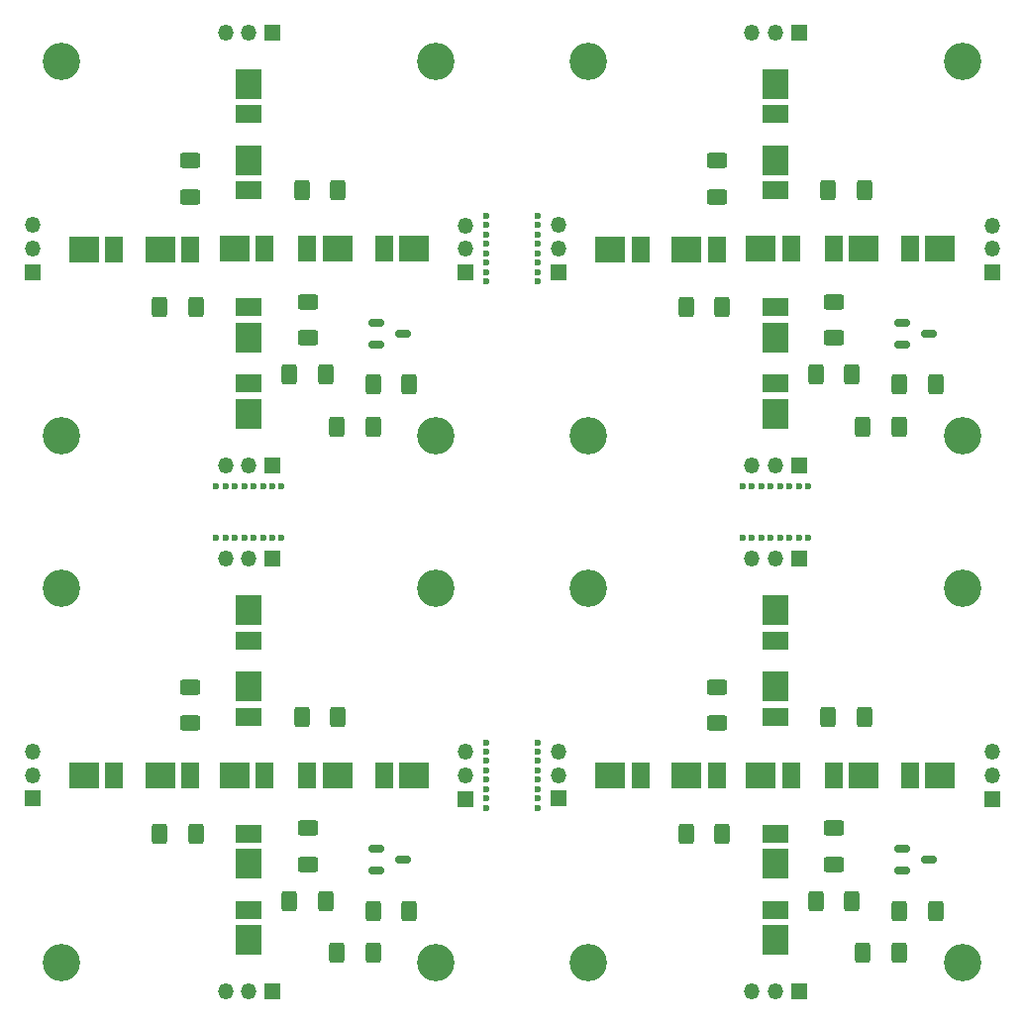
<source format=gbr>
%TF.GenerationSoftware,KiCad,Pcbnew,7.0.1*%
%TF.CreationDate,2023-09-10T14:19:26+09:00*%
%TF.ProjectId,cross_led,63726f73-735f-46c6-9564-2e6b69636164,rev?*%
%TF.SameCoordinates,Original*%
%TF.FileFunction,Soldermask,Top*%
%TF.FilePolarity,Negative*%
%FSLAX46Y46*%
G04 Gerber Fmt 4.6, Leading zero omitted, Abs format (unit mm)*
G04 Created by KiCad (PCBNEW 7.0.1) date 2023-09-10 14:19:26*
%MOMM*%
%LPD*%
G01*
G04 APERTURE LIST*
G04 Aperture macros list*
%AMRoundRect*
0 Rectangle with rounded corners*
0 $1 Rounding radius*
0 $2 $3 $4 $5 $6 $7 $8 $9 X,Y pos of 4 corners*
0 Add a 4 corners polygon primitive as box body*
4,1,4,$2,$3,$4,$5,$6,$7,$8,$9,$2,$3,0*
0 Add four circle primitives for the rounded corners*
1,1,$1+$1,$2,$3*
1,1,$1+$1,$4,$5*
1,1,$1+$1,$6,$7*
1,1,$1+$1,$8,$9*
0 Add four rect primitives between the rounded corners*
20,1,$1+$1,$2,$3,$4,$5,0*
20,1,$1+$1,$4,$5,$6,$7,0*
20,1,$1+$1,$6,$7,$8,$9,0*
20,1,$1+$1,$8,$9,$2,$3,0*%
G04 Aperture macros list end*
%ADD10R,2.200000X2.500000*%
%ADD11R,2.200000X1.550000*%
%ADD12RoundRect,0.250000X0.400000X0.625000X-0.400000X0.625000X-0.400000X-0.625000X0.400000X-0.625000X0*%
%ADD13RoundRect,0.250000X0.625000X-0.400000X0.625000X0.400000X-0.625000X0.400000X-0.625000X-0.400000X0*%
%ADD14C,3.200000*%
%ADD15R,1.350000X1.350000*%
%ADD16O,1.350000X1.350000*%
%ADD17R,2.500000X2.200000*%
%ADD18R,1.550000X2.200000*%
%ADD19RoundRect,0.250000X-0.625000X0.400000X-0.625000X-0.400000X0.625000X-0.400000X0.625000X0.400000X0*%
%ADD20RoundRect,0.250000X-0.400000X-0.625000X0.400000X-0.625000X0.400000X0.625000X-0.400000X0.625000X0*%
%ADD21RoundRect,0.150000X-0.512500X-0.150000X0.512500X-0.150000X0.512500X0.150000X-0.512500X0.150000X0*%
%ADD22C,0.600000*%
G04 APERTURE END LIST*
D10*
%TO.C,D206*%
X119275000Y-76375000D03*
D11*
X119275000Y-73800000D03*
%TD*%
D12*
%TO.C,R203*%
X159775000Y-118825000D03*
X156675000Y-118825000D03*
%TD*%
D13*
%TO.C,R204*%
X114275000Y-109375000D03*
X114275000Y-106275000D03*
%TD*%
D14*
%TO.C,REF\u002A\u002A*%
X103300000Y-84800000D03*
%TD*%
D15*
%TO.C,J202*%
X182825000Y-70825000D03*
D16*
X182825000Y-68825000D03*
X182825000Y-66825000D03*
%TD*%
D15*
%TO.C,J203*%
X121300000Y-132325000D03*
D16*
X119300000Y-132325000D03*
X117300000Y-132325000D03*
%TD*%
D17*
%TO.C,D207*%
X105200000Y-113875000D03*
D18*
X107775000Y-113875000D03*
%TD*%
D14*
%TO.C,REF\u002A\u002A*%
X180300000Y-97800000D03*
%TD*%
%TO.C,REF\u002A\u002A*%
X135300000Y-97800000D03*
%TD*%
D19*
%TO.C,R202*%
X124325000Y-118325000D03*
X124325000Y-121425000D03*
%TD*%
D17*
%TO.C,D208*%
X111725000Y-113875000D03*
D18*
X114300000Y-113875000D03*
%TD*%
D20*
%TO.C,R205*%
X167750000Y-124550000D03*
X170850000Y-124550000D03*
%TD*%
D17*
%TO.C,D209*%
X163050000Y-113800000D03*
D18*
X165625000Y-113800000D03*
%TD*%
D21*
%TO.C,Q201*%
X130162500Y-120100000D03*
X130162500Y-122000000D03*
X132437500Y-121050000D03*
%TD*%
D20*
%TO.C,R201*%
X123800000Y-63800000D03*
X126900000Y-63800000D03*
%TD*%
%TO.C,R201*%
X168800000Y-108800000D03*
X171900000Y-108800000D03*
%TD*%
D19*
%TO.C,R202*%
X169325000Y-118325000D03*
X169325000Y-121425000D03*
%TD*%
D14*
%TO.C,REF\u002A\u002A*%
X135300000Y-52800000D03*
%TD*%
D22*
%TO.C,REF\u002A\u002A*%
X116500000Y-89100000D03*
X116500000Y-93500000D03*
X117300000Y-89100000D03*
X117300000Y-93500000D03*
X118100000Y-89100000D03*
X118100000Y-93500000D03*
X118900000Y-89100000D03*
X118900000Y-93500000D03*
X119700000Y-89100000D03*
X119700000Y-93500000D03*
X120500000Y-89100000D03*
X120500000Y-93500000D03*
X121300000Y-89100000D03*
X121300000Y-93500000D03*
X122100000Y-89100000D03*
X122100000Y-93500000D03*
%TD*%
D14*
%TO.C,REF\u002A\u002A*%
X148300000Y-129800000D03*
%TD*%
D17*
%TO.C,D204*%
X171875000Y-113825000D03*
D18*
X169300000Y-113825000D03*
%TD*%
D12*
%TO.C,R203*%
X114775000Y-118825000D03*
X111675000Y-118825000D03*
%TD*%
D17*
%TO.C,D203*%
X178400000Y-113825000D03*
D18*
X175825000Y-113825000D03*
%TD*%
D10*
%TO.C,D206*%
X164275000Y-76375000D03*
D11*
X164275000Y-73800000D03*
%TD*%
D17*
%TO.C,D208*%
X156725000Y-68875000D03*
D18*
X159300000Y-68875000D03*
%TD*%
D20*
%TO.C,R206*%
X174900000Y-80400000D03*
X178000000Y-80400000D03*
%TD*%
D10*
%TO.C,D202*%
X164300000Y-106250000D03*
D11*
X164300000Y-108825000D03*
%TD*%
D15*
%TO.C,J201*%
X121300000Y-50300000D03*
D16*
X119300000Y-50300000D03*
X117300000Y-50300000D03*
%TD*%
D15*
%TO.C,J204*%
X145775000Y-70800000D03*
D16*
X145775000Y-68800000D03*
X145775000Y-66800000D03*
%TD*%
D19*
%TO.C,R202*%
X124325000Y-73325000D03*
X124325000Y-76425000D03*
%TD*%
D17*
%TO.C,D207*%
X150200000Y-68875000D03*
D18*
X152775000Y-68875000D03*
%TD*%
D20*
%TO.C,R205*%
X167750000Y-79550000D03*
X170850000Y-79550000D03*
%TD*%
D14*
%TO.C,REF\u002A\u002A*%
X135300000Y-84800000D03*
%TD*%
D17*
%TO.C,D204*%
X171875000Y-68825000D03*
D18*
X169300000Y-68825000D03*
%TD*%
D20*
%TO.C,R206*%
X129900000Y-125400000D03*
X133000000Y-125400000D03*
%TD*%
D13*
%TO.C,R204*%
X114275000Y-64375000D03*
X114275000Y-61275000D03*
%TD*%
D17*
%TO.C,D203*%
X178400000Y-68825000D03*
D18*
X175825000Y-68825000D03*
%TD*%
D13*
%TO.C,R204*%
X159275000Y-109375000D03*
X159275000Y-106275000D03*
%TD*%
D20*
%TO.C,R205*%
X122750000Y-124550000D03*
X125850000Y-124550000D03*
%TD*%
D15*
%TO.C,J201*%
X166300000Y-95300000D03*
D16*
X164300000Y-95300000D03*
X162300000Y-95300000D03*
%TD*%
D22*
%TO.C,REF\u002A\u002A*%
X139600000Y-116600000D03*
X144000000Y-116600000D03*
X139600000Y-115800000D03*
X144000000Y-115800000D03*
X139600000Y-115000000D03*
X144000000Y-115000000D03*
X139600000Y-114200000D03*
X144000000Y-114200000D03*
X139600000Y-113400000D03*
X144000000Y-113400000D03*
X139600000Y-112600000D03*
X144000000Y-112600000D03*
X139600000Y-111800000D03*
X144000000Y-111800000D03*
X139600000Y-111000000D03*
X144000000Y-111000000D03*
%TD*%
D17*
%TO.C,D203*%
X133400000Y-113825000D03*
D18*
X130825000Y-113825000D03*
%TD*%
D14*
%TO.C,REF\u002A\u002A*%
X103300000Y-129800000D03*
%TD*%
D17*
%TO.C,D209*%
X118050000Y-68800000D03*
D18*
X120625000Y-68800000D03*
%TD*%
D12*
%TO.C,R207*%
X129900000Y-129000000D03*
X126800000Y-129000000D03*
%TD*%
D14*
%TO.C,REF\u002A\u002A*%
X148300000Y-52800000D03*
%TD*%
%TO.C,REF\u002A\u002A*%
X148300000Y-97800000D03*
%TD*%
D10*
%TO.C,D201*%
X164300000Y-99725000D03*
D11*
X164300000Y-102300000D03*
%TD*%
D12*
%TO.C,R207*%
X174900000Y-129000000D03*
X171800000Y-129000000D03*
%TD*%
D10*
%TO.C,D202*%
X164300000Y-61250000D03*
D11*
X164300000Y-63825000D03*
%TD*%
D15*
%TO.C,J204*%
X145775000Y-115800000D03*
D16*
X145775000Y-113800000D03*
X145775000Y-111800000D03*
%TD*%
D19*
%TO.C,R202*%
X169325000Y-73325000D03*
X169325000Y-76425000D03*
%TD*%
D20*
%TO.C,R206*%
X174900000Y-125400000D03*
X178000000Y-125400000D03*
%TD*%
%TO.C,R205*%
X122750000Y-79550000D03*
X125850000Y-79550000D03*
%TD*%
D10*
%TO.C,D205*%
X119275000Y-82900000D03*
D11*
X119275000Y-80325000D03*
%TD*%
D15*
%TO.C,J201*%
X121300000Y-95300000D03*
D16*
X119300000Y-95300000D03*
X117300000Y-95300000D03*
%TD*%
D14*
%TO.C,REF\u002A\u002A*%
X148300000Y-84800000D03*
%TD*%
D12*
%TO.C,R203*%
X159775000Y-73825000D03*
X156675000Y-73825000D03*
%TD*%
D10*
%TO.C,D205*%
X164275000Y-82900000D03*
D11*
X164275000Y-80325000D03*
%TD*%
D17*
%TO.C,D208*%
X111725000Y-68875000D03*
D18*
X114300000Y-68875000D03*
%TD*%
D12*
%TO.C,R207*%
X129900000Y-84000000D03*
X126800000Y-84000000D03*
%TD*%
D15*
%TO.C,J201*%
X166300000Y-50300000D03*
D16*
X164300000Y-50300000D03*
X162300000Y-50300000D03*
%TD*%
D14*
%TO.C,REF\u002A\u002A*%
X103300000Y-52800000D03*
%TD*%
%TO.C,REF\u002A\u002A*%
X135300000Y-129800000D03*
%TD*%
D20*
%TO.C,R201*%
X123800000Y-108800000D03*
X126900000Y-108800000D03*
%TD*%
D10*
%TO.C,D205*%
X164275000Y-127900000D03*
D11*
X164275000Y-125325000D03*
%TD*%
D17*
%TO.C,D209*%
X118050000Y-113800000D03*
D18*
X120625000Y-113800000D03*
%TD*%
D20*
%TO.C,R206*%
X129900000Y-80400000D03*
X133000000Y-80400000D03*
%TD*%
D15*
%TO.C,J202*%
X182825000Y-115825000D03*
D16*
X182825000Y-113825000D03*
X182825000Y-111825000D03*
%TD*%
D15*
%TO.C,J203*%
X166300000Y-87325000D03*
D16*
X164300000Y-87325000D03*
X162300000Y-87325000D03*
%TD*%
D10*
%TO.C,D201*%
X164300000Y-54725000D03*
D11*
X164300000Y-57300000D03*
%TD*%
D14*
%TO.C,REF\u002A\u002A*%
X103300000Y-97800000D03*
%TD*%
D17*
%TO.C,D207*%
X150200000Y-113875000D03*
D18*
X152775000Y-113875000D03*
%TD*%
D14*
%TO.C,REF\u002A\u002A*%
X180300000Y-129800000D03*
%TD*%
D20*
%TO.C,R201*%
X168800000Y-63800000D03*
X171900000Y-63800000D03*
%TD*%
D21*
%TO.C,Q201*%
X130162500Y-75100000D03*
X130162500Y-77000000D03*
X132437500Y-76050000D03*
%TD*%
D10*
%TO.C,D206*%
X119275000Y-121375000D03*
D11*
X119275000Y-118800000D03*
%TD*%
D15*
%TO.C,J204*%
X100775000Y-115800000D03*
D16*
X100775000Y-113800000D03*
X100775000Y-111800000D03*
%TD*%
D17*
%TO.C,D204*%
X126875000Y-68825000D03*
D18*
X124300000Y-68825000D03*
%TD*%
D15*
%TO.C,J202*%
X137825000Y-115825000D03*
D16*
X137825000Y-113825000D03*
X137825000Y-111825000D03*
%TD*%
D10*
%TO.C,D205*%
X119275000Y-127900000D03*
D11*
X119275000Y-125325000D03*
%TD*%
D14*
%TO.C,REF\u002A\u002A*%
X180300000Y-84800000D03*
%TD*%
D17*
%TO.C,D208*%
X156725000Y-113875000D03*
D18*
X159300000Y-113875000D03*
%TD*%
D10*
%TO.C,D202*%
X119300000Y-106250000D03*
D11*
X119300000Y-108825000D03*
%TD*%
D10*
%TO.C,D201*%
X119300000Y-99725000D03*
D11*
X119300000Y-102300000D03*
%TD*%
D13*
%TO.C,R204*%
X159275000Y-64375000D03*
X159275000Y-61275000D03*
%TD*%
D15*
%TO.C,J202*%
X137825000Y-70825000D03*
D16*
X137825000Y-68825000D03*
X137825000Y-66825000D03*
%TD*%
D10*
%TO.C,D202*%
X119300000Y-61250000D03*
D11*
X119300000Y-63825000D03*
%TD*%
D21*
%TO.C,Q201*%
X175162500Y-75100000D03*
X175162500Y-77000000D03*
X177437500Y-76050000D03*
%TD*%
D22*
%TO.C,REF\u002A\u002A*%
X167100000Y-93500000D03*
X167100000Y-89100000D03*
X166300000Y-93500000D03*
X166300000Y-89100000D03*
X165500000Y-93500000D03*
X165500000Y-89100000D03*
X164700000Y-93500000D03*
X164700000Y-89100000D03*
X163900000Y-93500000D03*
X163900000Y-89100000D03*
X163100000Y-93500000D03*
X163100000Y-89100000D03*
X162300000Y-93500000D03*
X162300000Y-89100000D03*
X161500000Y-93500000D03*
X161500000Y-89100000D03*
%TD*%
D15*
%TO.C,J204*%
X100775000Y-70800000D03*
D16*
X100775000Y-68800000D03*
X100775000Y-66800000D03*
%TD*%
D17*
%TO.C,D204*%
X126875000Y-113825000D03*
D18*
X124300000Y-113825000D03*
%TD*%
D12*
%TO.C,R203*%
X114775000Y-73825000D03*
X111675000Y-73825000D03*
%TD*%
D15*
%TO.C,J203*%
X121300000Y-87325000D03*
D16*
X119300000Y-87325000D03*
X117300000Y-87325000D03*
%TD*%
D10*
%TO.C,D206*%
X164275000Y-121375000D03*
D11*
X164275000Y-118800000D03*
%TD*%
D12*
%TO.C,R207*%
X174900000Y-84000000D03*
X171800000Y-84000000D03*
%TD*%
D10*
%TO.C,D201*%
X119300000Y-54725000D03*
D11*
X119300000Y-57300000D03*
%TD*%
D17*
%TO.C,D207*%
X105200000Y-68875000D03*
D18*
X107775000Y-68875000D03*
%TD*%
D17*
%TO.C,D203*%
X133400000Y-68825000D03*
D18*
X130825000Y-68825000D03*
%TD*%
D14*
%TO.C,REF\u002A\u002A*%
X180300000Y-52800000D03*
%TD*%
D22*
%TO.C,REF\u002A\u002A*%
X144000000Y-66000000D03*
X139600000Y-66000000D03*
X144000000Y-66800000D03*
X139600000Y-66800000D03*
X144000000Y-67600000D03*
X139600000Y-67600000D03*
X144000000Y-68400000D03*
X139600000Y-68400000D03*
X144000000Y-69200000D03*
X139600000Y-69200000D03*
X144000000Y-70000000D03*
X139600000Y-70000000D03*
X144000000Y-70800000D03*
X139600000Y-70800000D03*
X144000000Y-71600000D03*
X139600000Y-71600000D03*
%TD*%
D15*
%TO.C,J203*%
X166300000Y-132325000D03*
D16*
X164300000Y-132325000D03*
X162300000Y-132325000D03*
%TD*%
D21*
%TO.C,Q201*%
X175162500Y-120100000D03*
X175162500Y-122000000D03*
X177437500Y-121050000D03*
%TD*%
D17*
%TO.C,D209*%
X163050000Y-68800000D03*
D18*
X165625000Y-68800000D03*
%TD*%
M02*

</source>
